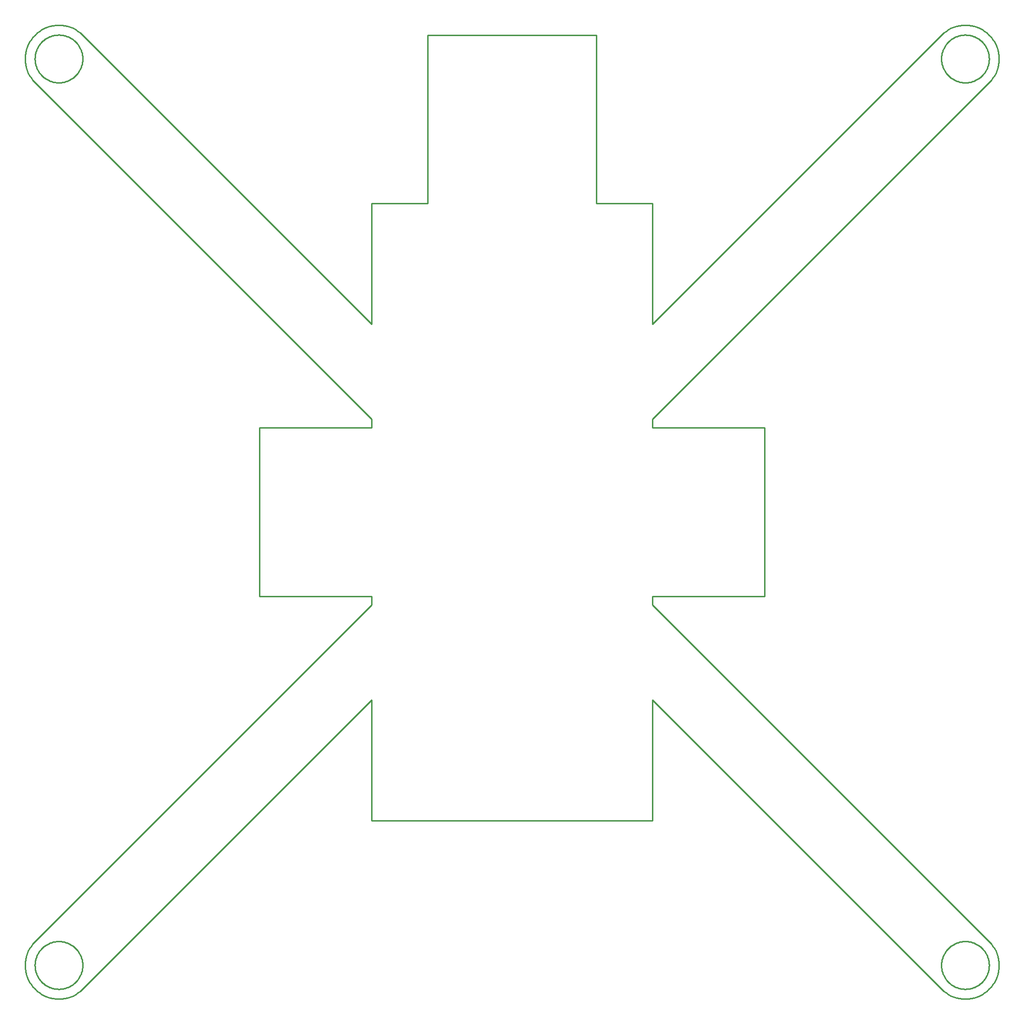
<source format=gbr>
G04 EAGLE Gerber RS-274X export*
G75*
%MOMM*%
%FSLAX34Y34*%
%LPD*%
%IN*%
%IPPOS*%
%AMOC8*
5,1,8,0,0,1.08239X$1,22.5*%
G01*
G04 Define Apertures*
%ADD10C,0.254000*%
D10*
X-850000Y-765147D02*
X-853536Y-769006D01*
X-856723Y-773159D01*
X-859535Y-777574D01*
X-861952Y-782217D01*
X-863955Y-787052D01*
X-865529Y-792044D01*
X-866662Y-797155D01*
X-867345Y-802344D01*
X-867574Y-807574D01*
X-867345Y-812803D01*
X-866662Y-817992D01*
X-865529Y-823103D01*
X-863955Y-828095D01*
X-861952Y-832931D01*
X-859535Y-837574D01*
X-856723Y-841988D01*
X-853536Y-846141D01*
X-850000Y-850000D01*
X-846141Y-853536D01*
X-841988Y-856723D01*
X-837574Y-859535D01*
X-832931Y-861952D01*
X-828095Y-863955D01*
X-823103Y-865529D01*
X-817992Y-866662D01*
X-812803Y-867345D01*
X-807574Y-867574D01*
X-802344Y-867345D01*
X-797155Y-866662D01*
X-792044Y-865529D01*
X-787052Y-863955D01*
X-782217Y-861952D01*
X-777574Y-859535D01*
X-773159Y-856723D01*
X-769006Y-853536D01*
X-765147Y-850000D01*
X-250000Y-334853D01*
X-250000Y-550000D01*
X250000Y-550000D01*
X250000Y-334853D01*
X765147Y-850000D01*
X769006Y-853536D01*
X773159Y-856723D01*
X777574Y-859535D01*
X782217Y-861952D01*
X787052Y-863955D01*
X792044Y-865529D01*
X797155Y-866662D01*
X802344Y-867345D01*
X807574Y-867574D01*
X812803Y-867345D01*
X817992Y-866662D01*
X823103Y-865529D01*
X828095Y-863955D01*
X832931Y-861952D01*
X837574Y-859535D01*
X841988Y-856723D01*
X846141Y-853536D01*
X850000Y-850000D01*
X853536Y-846141D01*
X856723Y-841988D01*
X859535Y-837574D01*
X861952Y-832931D01*
X863955Y-828095D01*
X865529Y-823103D01*
X866662Y-817992D01*
X867345Y-812803D01*
X867574Y-807574D01*
X867345Y-802344D01*
X866662Y-797155D01*
X865529Y-792044D01*
X863955Y-787052D01*
X861952Y-782217D01*
X859535Y-777574D01*
X856723Y-773159D01*
X853536Y-769006D01*
X850000Y-765147D01*
X250000Y-165147D01*
X250000Y-150000D01*
X450000Y-150000D01*
X450000Y150000D01*
X250000Y150000D01*
X250000Y165147D01*
X850000Y765147D01*
X853536Y769006D01*
X856723Y773159D01*
X859535Y777574D01*
X861952Y782217D01*
X863955Y787052D01*
X865529Y792044D01*
X866662Y797155D01*
X867345Y802344D01*
X867574Y807574D01*
X867345Y812803D01*
X866662Y817992D01*
X865529Y823103D01*
X863955Y828095D01*
X861952Y832931D01*
X859535Y837574D01*
X856723Y841988D01*
X853536Y846141D01*
X850000Y850000D01*
X846141Y853536D01*
X841988Y856723D01*
X837574Y859535D01*
X832931Y861952D01*
X828095Y863955D01*
X823103Y865529D01*
X817992Y866662D01*
X812803Y867345D01*
X807574Y867574D01*
X802344Y867345D01*
X797155Y866662D01*
X792044Y865529D01*
X787052Y863955D01*
X782217Y861952D01*
X777574Y859535D01*
X773159Y856723D01*
X769006Y853536D01*
X765147Y850000D01*
X250000Y334853D01*
X250000Y550000D01*
X150000Y550000D01*
X150000Y850000D01*
X-150000Y850000D01*
X-150000Y550000D01*
X-250000Y550000D01*
X-250000Y334853D01*
X-765147Y850000D01*
X-769006Y853536D01*
X-773159Y856723D01*
X-777574Y859535D01*
X-782217Y861952D01*
X-787052Y863955D01*
X-792044Y865529D01*
X-797155Y866662D01*
X-802344Y867345D01*
X-807574Y867574D01*
X-812803Y867345D01*
X-817992Y866662D01*
X-823103Y865529D01*
X-828095Y863955D01*
X-832931Y861952D01*
X-837574Y859535D01*
X-841988Y856723D01*
X-846141Y853536D01*
X-850000Y850000D01*
X-853536Y846141D01*
X-856723Y841988D01*
X-859535Y837574D01*
X-861952Y832931D01*
X-863955Y828095D01*
X-865529Y823103D01*
X-866662Y817992D01*
X-867345Y812803D01*
X-867574Y807574D01*
X-867345Y802344D01*
X-866662Y797155D01*
X-865529Y792044D01*
X-863955Y787052D01*
X-861952Y782217D01*
X-859535Y777574D01*
X-856723Y773159D01*
X-853536Y769006D01*
X-850000Y765147D01*
X-250000Y165147D01*
X-250000Y150000D01*
X-450000Y150000D01*
X-450000Y-150000D01*
X-250000Y-150000D01*
X-250000Y-165147D01*
X-850000Y-765147D01*
X-765074Y-808452D02*
X-765074Y-806695D01*
X-765146Y-804940D01*
X-765291Y-803188D01*
X-765509Y-801445D01*
X-765798Y-799712D01*
X-766158Y-797992D01*
X-766590Y-796289D01*
X-767091Y-794605D01*
X-767662Y-792943D01*
X-768300Y-791306D01*
X-769006Y-789697D01*
X-769778Y-788118D01*
X-770614Y-786573D01*
X-771514Y-785064D01*
X-772475Y-783593D01*
X-773496Y-782163D01*
X-774575Y-780776D01*
X-775710Y-779435D01*
X-776900Y-778143D01*
X-778143Y-776900D01*
X-779435Y-775710D01*
X-780776Y-774575D01*
X-782163Y-773496D01*
X-783593Y-772475D01*
X-785064Y-771514D01*
X-786573Y-770614D01*
X-788118Y-769778D01*
X-789697Y-769006D01*
X-791306Y-768300D01*
X-792943Y-767662D01*
X-794605Y-767091D01*
X-796289Y-766590D01*
X-797992Y-766158D01*
X-799712Y-765798D01*
X-801445Y-765509D01*
X-803188Y-765291D01*
X-804940Y-765146D01*
X-806695Y-765074D01*
X-808452Y-765074D01*
X-810208Y-765146D01*
X-811959Y-765291D01*
X-813702Y-765509D01*
X-815435Y-765798D01*
X-817155Y-766158D01*
X-818858Y-766590D01*
X-820542Y-767091D01*
X-822204Y-767662D01*
X-823841Y-768300D01*
X-825450Y-769006D01*
X-827029Y-769778D01*
X-828574Y-770614D01*
X-830083Y-771514D01*
X-831554Y-772475D01*
X-832984Y-773496D01*
X-834371Y-774575D01*
X-835712Y-775710D01*
X-837004Y-776900D01*
X-838247Y-778143D01*
X-839437Y-779435D01*
X-840572Y-780776D01*
X-841652Y-782163D01*
X-842673Y-783593D01*
X-843634Y-785064D01*
X-844533Y-786573D01*
X-845369Y-788118D01*
X-846141Y-789697D01*
X-846847Y-791306D01*
X-847486Y-792943D01*
X-848056Y-794605D01*
X-848557Y-796289D01*
X-848989Y-797992D01*
X-849349Y-799712D01*
X-849639Y-801445D01*
X-849856Y-803188D01*
X-850001Y-804940D01*
X-850074Y-806695D01*
X-850074Y-808452D01*
X-850001Y-810208D01*
X-849856Y-811959D01*
X-849639Y-813702D01*
X-849349Y-815435D01*
X-848989Y-817155D01*
X-848557Y-818858D01*
X-848056Y-820542D01*
X-847486Y-822204D01*
X-846847Y-823841D01*
X-846141Y-825450D01*
X-845369Y-827029D01*
X-844533Y-828574D01*
X-843634Y-830083D01*
X-842673Y-831554D01*
X-841652Y-832984D01*
X-840572Y-834371D01*
X-839437Y-835712D01*
X-838247Y-837004D01*
X-837004Y-838247D01*
X-835712Y-839437D01*
X-834371Y-840572D01*
X-832984Y-841652D01*
X-831554Y-842673D01*
X-830083Y-843634D01*
X-828574Y-844533D01*
X-827029Y-845369D01*
X-825450Y-846141D01*
X-823841Y-846847D01*
X-822204Y-847486D01*
X-820542Y-848056D01*
X-818858Y-848557D01*
X-817155Y-848989D01*
X-815435Y-849349D01*
X-813702Y-849639D01*
X-811959Y-849856D01*
X-810208Y-850001D01*
X-808452Y-850074D01*
X-806695Y-850074D01*
X-804940Y-850001D01*
X-803188Y-849856D01*
X-801445Y-849639D01*
X-799712Y-849349D01*
X-797992Y-848989D01*
X-796289Y-848557D01*
X-794605Y-848056D01*
X-792943Y-847486D01*
X-791306Y-846847D01*
X-789697Y-846141D01*
X-788118Y-845369D01*
X-786573Y-844533D01*
X-785064Y-843634D01*
X-783593Y-842673D01*
X-782163Y-841652D01*
X-780776Y-840572D01*
X-779435Y-839437D01*
X-778143Y-838247D01*
X-776900Y-837004D01*
X-775710Y-835712D01*
X-774575Y-834371D01*
X-773496Y-832984D01*
X-772475Y-831554D01*
X-771514Y-830083D01*
X-770614Y-828574D01*
X-769778Y-827029D01*
X-769006Y-825450D01*
X-768300Y-823841D01*
X-767662Y-822204D01*
X-767091Y-820542D01*
X-766590Y-818858D01*
X-766158Y-817155D01*
X-765798Y-815435D01*
X-765509Y-813702D01*
X-765291Y-811959D01*
X-765146Y-810208D01*
X-765074Y-808452D01*
X850074Y-808452D02*
X850074Y-806695D01*
X850001Y-804940D01*
X849856Y-803188D01*
X849639Y-801445D01*
X849349Y-799712D01*
X848989Y-797992D01*
X848557Y-796289D01*
X848056Y-794605D01*
X847486Y-792943D01*
X846847Y-791306D01*
X846141Y-789697D01*
X845369Y-788118D01*
X844533Y-786573D01*
X843634Y-785064D01*
X842673Y-783593D01*
X841652Y-782163D01*
X840572Y-780776D01*
X839437Y-779435D01*
X838247Y-778143D01*
X837004Y-776900D01*
X835712Y-775710D01*
X834371Y-774575D01*
X832984Y-773496D01*
X831554Y-772475D01*
X830083Y-771514D01*
X828574Y-770614D01*
X827029Y-769778D01*
X825450Y-769006D01*
X823841Y-768300D01*
X822204Y-767662D01*
X820542Y-767091D01*
X818858Y-766590D01*
X817155Y-766158D01*
X815435Y-765798D01*
X813702Y-765509D01*
X811959Y-765291D01*
X810208Y-765146D01*
X808452Y-765074D01*
X806695Y-765074D01*
X804940Y-765146D01*
X803188Y-765291D01*
X801445Y-765509D01*
X799712Y-765798D01*
X797992Y-766158D01*
X796289Y-766590D01*
X794605Y-767091D01*
X792943Y-767662D01*
X791306Y-768300D01*
X789697Y-769006D01*
X788118Y-769778D01*
X786573Y-770614D01*
X785064Y-771514D01*
X783593Y-772475D01*
X782163Y-773496D01*
X780776Y-774575D01*
X779435Y-775710D01*
X778143Y-776900D01*
X776900Y-778143D01*
X775710Y-779435D01*
X774575Y-780776D01*
X773496Y-782163D01*
X772475Y-783593D01*
X771514Y-785064D01*
X770614Y-786573D01*
X769778Y-788118D01*
X769006Y-789697D01*
X768300Y-791306D01*
X767662Y-792943D01*
X767091Y-794605D01*
X766590Y-796289D01*
X766158Y-797992D01*
X765798Y-799712D01*
X765509Y-801445D01*
X765291Y-803188D01*
X765146Y-804940D01*
X765074Y-806695D01*
X765074Y-808452D01*
X765146Y-810208D01*
X765291Y-811959D01*
X765509Y-813702D01*
X765798Y-815435D01*
X766158Y-817155D01*
X766590Y-818858D01*
X767091Y-820542D01*
X767662Y-822204D01*
X768300Y-823841D01*
X769006Y-825450D01*
X769778Y-827029D01*
X770614Y-828574D01*
X771514Y-830083D01*
X772475Y-831554D01*
X773496Y-832984D01*
X774575Y-834371D01*
X775710Y-835712D01*
X776900Y-837004D01*
X778143Y-838247D01*
X779435Y-839437D01*
X780776Y-840572D01*
X782163Y-841652D01*
X783593Y-842673D01*
X785064Y-843634D01*
X786573Y-844533D01*
X788118Y-845369D01*
X789697Y-846141D01*
X791306Y-846847D01*
X792943Y-847486D01*
X794605Y-848056D01*
X796289Y-848557D01*
X797992Y-848989D01*
X799712Y-849349D01*
X801445Y-849639D01*
X803188Y-849856D01*
X804940Y-850001D01*
X806695Y-850074D01*
X808452Y-850074D01*
X810208Y-850001D01*
X811959Y-849856D01*
X813702Y-849639D01*
X815435Y-849349D01*
X817155Y-848989D01*
X818858Y-848557D01*
X820542Y-848056D01*
X822204Y-847486D01*
X823841Y-846847D01*
X825450Y-846141D01*
X827029Y-845369D01*
X828574Y-844533D01*
X830083Y-843634D01*
X831554Y-842673D01*
X832984Y-841652D01*
X834371Y-840572D01*
X835712Y-839437D01*
X837004Y-838247D01*
X838247Y-837004D01*
X839437Y-835712D01*
X840572Y-834371D01*
X841652Y-832984D01*
X842673Y-831554D01*
X843634Y-830083D01*
X844533Y-828574D01*
X845369Y-827029D01*
X846141Y-825450D01*
X846847Y-823841D01*
X847486Y-822204D01*
X848056Y-820542D01*
X848557Y-818858D01*
X848989Y-817155D01*
X849349Y-815435D01*
X849639Y-813702D01*
X849856Y-811959D01*
X850001Y-810208D01*
X850074Y-808452D01*
X-765074Y806695D02*
X-765074Y808452D01*
X-765146Y810208D01*
X-765291Y811959D01*
X-765509Y813702D01*
X-765798Y815435D01*
X-766158Y817155D01*
X-766590Y818858D01*
X-767091Y820542D01*
X-767662Y822204D01*
X-768300Y823841D01*
X-769006Y825450D01*
X-769778Y827029D01*
X-770614Y828574D01*
X-771514Y830083D01*
X-772475Y831554D01*
X-773496Y832984D01*
X-774575Y834371D01*
X-775710Y835712D01*
X-776900Y837004D01*
X-778143Y838247D01*
X-779435Y839437D01*
X-780776Y840572D01*
X-782163Y841652D01*
X-783593Y842673D01*
X-785064Y843634D01*
X-786573Y844533D01*
X-788118Y845369D01*
X-789697Y846141D01*
X-791306Y846847D01*
X-792943Y847486D01*
X-794605Y848056D01*
X-796289Y848557D01*
X-797992Y848989D01*
X-799712Y849349D01*
X-801445Y849639D01*
X-803188Y849856D01*
X-804940Y850001D01*
X-806695Y850074D01*
X-808452Y850074D01*
X-810208Y850001D01*
X-811959Y849856D01*
X-813702Y849639D01*
X-815435Y849349D01*
X-817155Y848989D01*
X-818858Y848557D01*
X-820542Y848056D01*
X-822204Y847486D01*
X-823841Y846847D01*
X-825450Y846141D01*
X-827029Y845369D01*
X-828574Y844533D01*
X-830083Y843634D01*
X-831554Y842673D01*
X-832984Y841652D01*
X-834371Y840572D01*
X-835712Y839437D01*
X-837004Y838247D01*
X-838247Y837004D01*
X-839437Y835712D01*
X-840572Y834371D01*
X-841652Y832984D01*
X-842673Y831554D01*
X-843634Y830083D01*
X-844533Y828574D01*
X-845369Y827029D01*
X-846141Y825450D01*
X-846847Y823841D01*
X-847486Y822204D01*
X-848056Y820542D01*
X-848557Y818858D01*
X-848989Y817155D01*
X-849349Y815435D01*
X-849639Y813702D01*
X-849856Y811959D01*
X-850001Y810208D01*
X-850074Y808452D01*
X-850074Y806695D01*
X-850001Y804940D01*
X-849856Y803188D01*
X-849639Y801445D01*
X-849349Y799712D01*
X-848989Y797992D01*
X-848557Y796289D01*
X-848056Y794605D01*
X-847486Y792943D01*
X-846847Y791306D01*
X-846141Y789697D01*
X-845369Y788118D01*
X-844533Y786573D01*
X-843634Y785064D01*
X-842673Y783593D01*
X-841652Y782163D01*
X-840572Y780776D01*
X-839437Y779435D01*
X-838247Y778143D01*
X-837004Y776900D01*
X-835712Y775710D01*
X-834371Y774575D01*
X-832984Y773496D01*
X-831554Y772475D01*
X-830083Y771514D01*
X-828574Y770614D01*
X-827029Y769778D01*
X-825450Y769006D01*
X-823841Y768300D01*
X-822204Y767662D01*
X-820542Y767091D01*
X-818858Y766590D01*
X-817155Y766158D01*
X-815435Y765798D01*
X-813702Y765509D01*
X-811959Y765291D01*
X-810208Y765146D01*
X-808452Y765074D01*
X-806695Y765074D01*
X-804940Y765146D01*
X-803188Y765291D01*
X-801445Y765509D01*
X-799712Y765798D01*
X-797992Y766158D01*
X-796289Y766590D01*
X-794605Y767091D01*
X-792943Y767662D01*
X-791306Y768300D01*
X-789697Y769006D01*
X-788118Y769778D01*
X-786573Y770614D01*
X-785064Y771514D01*
X-783593Y772475D01*
X-782163Y773496D01*
X-780776Y774575D01*
X-779435Y775710D01*
X-778143Y776900D01*
X-776900Y778143D01*
X-775710Y779435D01*
X-774575Y780776D01*
X-773496Y782163D01*
X-772475Y783593D01*
X-771514Y785064D01*
X-770614Y786573D01*
X-769778Y788118D01*
X-769006Y789697D01*
X-768300Y791306D01*
X-767662Y792943D01*
X-767091Y794605D01*
X-766590Y796289D01*
X-766158Y797992D01*
X-765798Y799712D01*
X-765509Y801445D01*
X-765291Y803188D01*
X-765146Y804940D01*
X-765074Y806695D01*
X850074Y806695D02*
X850074Y808452D01*
X850001Y810208D01*
X849856Y811959D01*
X849639Y813702D01*
X849349Y815435D01*
X848989Y817155D01*
X848557Y818858D01*
X848056Y820542D01*
X847486Y822204D01*
X846847Y823841D01*
X846141Y825450D01*
X845369Y827029D01*
X844533Y828574D01*
X843634Y830083D01*
X842673Y831554D01*
X841652Y832984D01*
X840572Y834371D01*
X839437Y835712D01*
X838247Y837004D01*
X837004Y838247D01*
X835712Y839437D01*
X834371Y840572D01*
X832984Y841652D01*
X831554Y842673D01*
X830083Y843634D01*
X828574Y844533D01*
X827029Y845369D01*
X825450Y846141D01*
X823841Y846847D01*
X822204Y847486D01*
X820542Y848056D01*
X818858Y848557D01*
X817155Y848989D01*
X815435Y849349D01*
X813702Y849639D01*
X811959Y849856D01*
X810208Y850001D01*
X808452Y850074D01*
X806695Y850074D01*
X804940Y850001D01*
X803188Y849856D01*
X801445Y849639D01*
X799712Y849349D01*
X797992Y848989D01*
X796289Y848557D01*
X794605Y848056D01*
X792943Y847486D01*
X791306Y846847D01*
X789697Y846141D01*
X788118Y845369D01*
X786573Y844533D01*
X785064Y843634D01*
X783593Y842673D01*
X782163Y841652D01*
X780776Y840572D01*
X779435Y839437D01*
X778143Y838247D01*
X776900Y837004D01*
X775710Y835712D01*
X774575Y834371D01*
X773496Y832984D01*
X772475Y831554D01*
X771514Y830083D01*
X770614Y828574D01*
X769778Y827029D01*
X769006Y825450D01*
X768300Y823841D01*
X767662Y822204D01*
X767091Y820542D01*
X766590Y818858D01*
X766158Y817155D01*
X765798Y815435D01*
X765509Y813702D01*
X765291Y811959D01*
X765146Y810208D01*
X765074Y808452D01*
X765074Y806695D01*
X765146Y804940D01*
X765291Y803188D01*
X765509Y801445D01*
X765798Y799712D01*
X766158Y797992D01*
X766590Y796289D01*
X767091Y794605D01*
X767662Y792943D01*
X768300Y791306D01*
X769006Y789697D01*
X769778Y788118D01*
X770614Y786573D01*
X771514Y785064D01*
X772475Y783593D01*
X773496Y782163D01*
X774575Y780776D01*
X775710Y779435D01*
X776900Y778143D01*
X778143Y776900D01*
X779435Y775710D01*
X780776Y774575D01*
X782163Y773496D01*
X783593Y772475D01*
X785064Y771514D01*
X786573Y770614D01*
X788118Y769778D01*
X789697Y769006D01*
X791306Y768300D01*
X792943Y767662D01*
X794605Y767091D01*
X796289Y766590D01*
X797992Y766158D01*
X799712Y765798D01*
X801445Y765509D01*
X803188Y765291D01*
X804940Y765146D01*
X806695Y765074D01*
X808452Y765074D01*
X810208Y765146D01*
X811959Y765291D01*
X813702Y765509D01*
X815435Y765798D01*
X817155Y766158D01*
X818858Y766590D01*
X820542Y767091D01*
X822204Y767662D01*
X823841Y768300D01*
X825450Y769006D01*
X827029Y769778D01*
X828574Y770614D01*
X830083Y771514D01*
X831554Y772475D01*
X832984Y773496D01*
X834371Y774575D01*
X835712Y775710D01*
X837004Y776900D01*
X838247Y778143D01*
X839437Y779435D01*
X840572Y780776D01*
X841652Y782163D01*
X842673Y783593D01*
X843634Y785064D01*
X844533Y786573D01*
X845369Y788118D01*
X846141Y789697D01*
X846847Y791306D01*
X847486Y792943D01*
X848056Y794605D01*
X848557Y796289D01*
X848989Y797992D01*
X849349Y799712D01*
X849639Y801445D01*
X849856Y803188D01*
X850001Y804940D01*
X850074Y806695D01*
M02*

</source>
